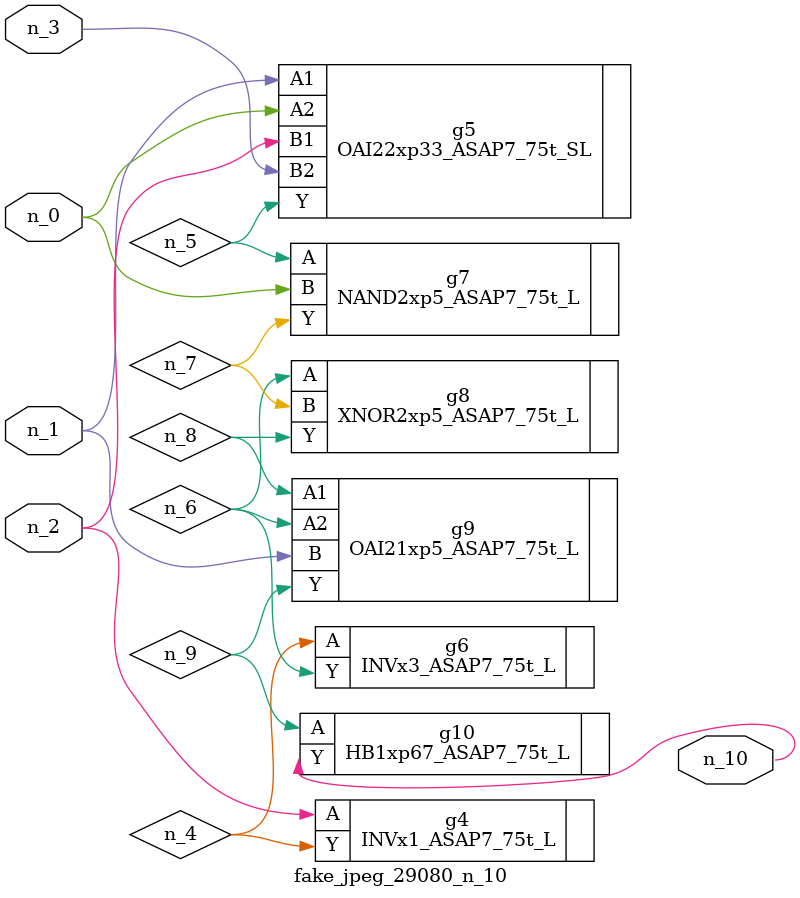
<source format=v>
module fake_jpeg_29080_n_10 (n_0, n_3, n_2, n_1, n_10);

input n_0;
input n_3;
input n_2;
input n_1;

output n_10;

wire n_4;
wire n_8;
wire n_9;
wire n_6;
wire n_5;
wire n_7;

INVx1_ASAP7_75t_L g4 ( 
.A(n_2),
.Y(n_4)
);

OAI22xp33_ASAP7_75t_SL g5 ( 
.A1(n_1),
.A2(n_0),
.B1(n_2),
.B2(n_3),
.Y(n_5)
);

INVx3_ASAP7_75t_L g6 ( 
.A(n_4),
.Y(n_6)
);

XNOR2xp5_ASAP7_75t_L g8 ( 
.A(n_6),
.B(n_7),
.Y(n_8)
);

NAND2xp5_ASAP7_75t_L g7 ( 
.A(n_5),
.B(n_0),
.Y(n_7)
);

OAI21xp5_ASAP7_75t_L g9 ( 
.A1(n_8),
.A2(n_6),
.B(n_1),
.Y(n_9)
);

HB1xp67_ASAP7_75t_L g10 ( 
.A(n_9),
.Y(n_10)
);


endmodule
</source>
